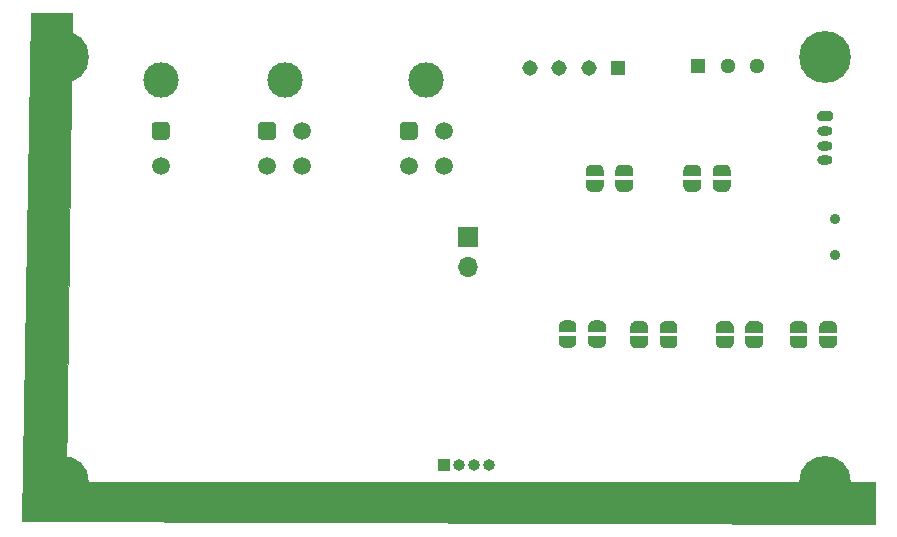
<source format=gbr>
%TF.GenerationSoftware,KiCad,Pcbnew,5.1.9-73d0e3b20d~88~ubuntu18.04.1*%
%TF.CreationDate,2021-01-21T10:29:52+00:00*%
%TF.ProjectId,Object_Detect_Board,4f626a65-6374-45f4-9465-746563745f42,V1.0*%
%TF.SameCoordinates,Original*%
%TF.FileFunction,Soldermask,Bot*%
%TF.FilePolarity,Negative*%
%FSLAX46Y46*%
G04 Gerber Fmt 4.6, Leading zero omitted, Abs format (unit mm)*
G04 Created by KiCad (PCBNEW 5.1.9-73d0e3b20d~88~ubuntu18.04.1) date 2021-01-21 10:29:52*
%MOMM*%
%LPD*%
G01*
G04 APERTURE LIST*
%ADD10C,0.100000*%
%ADD11C,4.400000*%
%ADD12C,0.700000*%
%ADD13C,3.000000*%
%ADD14C,1.500000*%
%ADD15O,1.300000X0.800000*%
%ADD16C,1.308000*%
%ADD17R,1.308000X1.308000*%
%ADD18R,1.280000X1.280000*%
%ADD19C,1.280000*%
%ADD20R,1.700000X1.700000*%
%ADD21O,1.700000X1.700000*%
%ADD22C,0.900000*%
%ADD23R,1.000000X1.000000*%
%ADD24O,1.000000X1.000000*%
G04 APERTURE END LIST*
D10*
G36*
X116250000Y-116500000D02*
G01*
X184750000Y-116500000D01*
X184750000Y-120000000D01*
X112500000Y-119750000D01*
X113250000Y-76750000D01*
X116750000Y-76750000D01*
X116250000Y-116500000D01*
G37*
X116250000Y-116500000D02*
X184750000Y-116500000D01*
X184750000Y-120000000D01*
X112500000Y-119750000D01*
X113250000Y-76750000D01*
X116750000Y-76750000D01*
X116250000Y-116500000D01*
D11*
%TO.C,H1*%
X116000000Y-116500000D03*
D12*
X117650000Y-116500000D03*
X117166726Y-117666726D03*
X116000000Y-118150000D03*
X114833274Y-117666726D03*
X114350000Y-116500000D03*
X114833274Y-115333274D03*
X116000000Y-114850000D03*
X117166726Y-115333274D03*
%TD*%
%TO.C,H2*%
X181666726Y-79333274D03*
X180500000Y-78850000D03*
X179333274Y-79333274D03*
X178850000Y-80500000D03*
X179333274Y-81666726D03*
X180500000Y-82150000D03*
X181666726Y-81666726D03*
X182150000Y-80500000D03*
D11*
X180500000Y-80500000D03*
%TD*%
%TO.C,H3*%
X180500000Y-116500000D03*
D12*
X182150000Y-116500000D03*
X181666726Y-117666726D03*
X180500000Y-118150000D03*
X179333274Y-117666726D03*
X178850000Y-116500000D03*
X179333274Y-115333274D03*
X180500000Y-114850000D03*
X181666726Y-115333274D03*
%TD*%
%TO.C,H4*%
X117166726Y-79333274D03*
X116000000Y-78850000D03*
X114833274Y-79333274D03*
X114350000Y-80500000D03*
X114833274Y-81666726D03*
X116000000Y-82150000D03*
X117166726Y-81666726D03*
X117650000Y-80500000D03*
D11*
X116000000Y-80500000D03*
%TD*%
D13*
%TO.C,J1*%
X124250000Y-82430000D03*
G36*
G01*
X123500000Y-87250000D02*
X123500000Y-86250000D01*
G75*
G02*
X123750000Y-86000000I250000J0D01*
G01*
X124750000Y-86000000D01*
G75*
G02*
X125000000Y-86250000I0J-250000D01*
G01*
X125000000Y-87250000D01*
G75*
G02*
X124750000Y-87500000I-250000J0D01*
G01*
X123750000Y-87500000D01*
G75*
G02*
X123500000Y-87250000I0J250000D01*
G01*
G37*
D14*
X124250000Y-89750000D03*
%TD*%
%TO.C,J2*%
X136250000Y-89750000D03*
X133250000Y-89750000D03*
X136250000Y-86750000D03*
G36*
G01*
X132500000Y-87250000D02*
X132500000Y-86250000D01*
G75*
G02*
X132750000Y-86000000I250000J0D01*
G01*
X133750000Y-86000000D01*
G75*
G02*
X134000000Y-86250000I0J-250000D01*
G01*
X134000000Y-87250000D01*
G75*
G02*
X133750000Y-87500000I-250000J0D01*
G01*
X132750000Y-87500000D01*
G75*
G02*
X132500000Y-87250000I0J250000D01*
G01*
G37*
D13*
X134750000Y-82430000D03*
%TD*%
%TO.C,J3*%
X146750000Y-82430000D03*
G36*
G01*
X144500000Y-87250000D02*
X144500000Y-86250000D01*
G75*
G02*
X144750000Y-86000000I250000J0D01*
G01*
X145750000Y-86000000D01*
G75*
G02*
X146000000Y-86250000I0J-250000D01*
G01*
X146000000Y-87250000D01*
G75*
G02*
X145750000Y-87500000I-250000J0D01*
G01*
X144750000Y-87500000D01*
G75*
G02*
X144500000Y-87250000I0J250000D01*
G01*
G37*
D14*
X148250000Y-86750000D03*
X145250000Y-89750000D03*
X148250000Y-89750000D03*
%TD*%
%TO.C,J4*%
G36*
G01*
X180050000Y-85100000D02*
X180950000Y-85100000D01*
G75*
G02*
X181150000Y-85300000I0J-200000D01*
G01*
X181150000Y-85700000D01*
G75*
G02*
X180950000Y-85900000I-200000J0D01*
G01*
X180050000Y-85900000D01*
G75*
G02*
X179850000Y-85700000I0J200000D01*
G01*
X179850000Y-85300000D01*
G75*
G02*
X180050000Y-85100000I200000J0D01*
G01*
G37*
D15*
X180500000Y-86750000D03*
X180500000Y-88000000D03*
X180500000Y-89250000D03*
%TD*%
D16*
%TO.C,J5*%
X155500000Y-81400000D03*
X158000000Y-81400000D03*
X160500000Y-81400000D03*
D17*
X163000000Y-81400000D03*
%TD*%
D18*
%TO.C,J6*%
X169750000Y-81250000D03*
D19*
X172250000Y-81250000D03*
X174750000Y-81250000D03*
%TD*%
D20*
%TO.C,JP1*%
X150250000Y-95750000D03*
D21*
X150250000Y-98290000D03*
%TD*%
D10*
%TO.C,JP2*%
G36*
X159450000Y-104100000D02*
G01*
X159450000Y-104600000D01*
X159449398Y-104600000D01*
X159449398Y-104624534D01*
X159444588Y-104673365D01*
X159435016Y-104721490D01*
X159420772Y-104768445D01*
X159401995Y-104813778D01*
X159378864Y-104857051D01*
X159351604Y-104897850D01*
X159320476Y-104935779D01*
X159285779Y-104970476D01*
X159247850Y-105001604D01*
X159207051Y-105028864D01*
X159163778Y-105051995D01*
X159118445Y-105070772D01*
X159071490Y-105085016D01*
X159023365Y-105094588D01*
X158974534Y-105099398D01*
X158950000Y-105099398D01*
X158950000Y-105100000D01*
X158450000Y-105100000D01*
X158450000Y-105099398D01*
X158425466Y-105099398D01*
X158376635Y-105094588D01*
X158328510Y-105085016D01*
X158281555Y-105070772D01*
X158236222Y-105051995D01*
X158192949Y-105028864D01*
X158152150Y-105001604D01*
X158114221Y-104970476D01*
X158079524Y-104935779D01*
X158048396Y-104897850D01*
X158021136Y-104857051D01*
X157998005Y-104813778D01*
X157979228Y-104768445D01*
X157964984Y-104721490D01*
X157955412Y-104673365D01*
X157950602Y-104624534D01*
X157950602Y-104600000D01*
X157950000Y-104600000D01*
X157950000Y-104100000D01*
X159450000Y-104100000D01*
G37*
G36*
X157950602Y-103300000D02*
G01*
X157950602Y-103275466D01*
X157955412Y-103226635D01*
X157964984Y-103178510D01*
X157979228Y-103131555D01*
X157998005Y-103086222D01*
X158021136Y-103042949D01*
X158048396Y-103002150D01*
X158079524Y-102964221D01*
X158114221Y-102929524D01*
X158152150Y-102898396D01*
X158192949Y-102871136D01*
X158236222Y-102848005D01*
X158281555Y-102829228D01*
X158328510Y-102814984D01*
X158376635Y-102805412D01*
X158425466Y-102800602D01*
X158450000Y-102800602D01*
X158450000Y-102800000D01*
X158950000Y-102800000D01*
X158950000Y-102800602D01*
X158974534Y-102800602D01*
X159023365Y-102805412D01*
X159071490Y-102814984D01*
X159118445Y-102829228D01*
X159163778Y-102848005D01*
X159207051Y-102871136D01*
X159247850Y-102898396D01*
X159285779Y-102929524D01*
X159320476Y-102964221D01*
X159351604Y-103002150D01*
X159378864Y-103042949D01*
X159401995Y-103086222D01*
X159420772Y-103131555D01*
X159435016Y-103178510D01*
X159444588Y-103226635D01*
X159449398Y-103275466D01*
X159449398Y-103300000D01*
X159450000Y-103300000D01*
X159450000Y-103800000D01*
X157950000Y-103800000D01*
X157950000Y-103300000D01*
X157950602Y-103300000D01*
G37*
%TD*%
%TO.C,JP3*%
G36*
X161950000Y-104100000D02*
G01*
X161950000Y-104600000D01*
X161949398Y-104600000D01*
X161949398Y-104624534D01*
X161944588Y-104673365D01*
X161935016Y-104721490D01*
X161920772Y-104768445D01*
X161901995Y-104813778D01*
X161878864Y-104857051D01*
X161851604Y-104897850D01*
X161820476Y-104935779D01*
X161785779Y-104970476D01*
X161747850Y-105001604D01*
X161707051Y-105028864D01*
X161663778Y-105051995D01*
X161618445Y-105070772D01*
X161571490Y-105085016D01*
X161523365Y-105094588D01*
X161474534Y-105099398D01*
X161450000Y-105099398D01*
X161450000Y-105100000D01*
X160950000Y-105100000D01*
X160950000Y-105099398D01*
X160925466Y-105099398D01*
X160876635Y-105094588D01*
X160828510Y-105085016D01*
X160781555Y-105070772D01*
X160736222Y-105051995D01*
X160692949Y-105028864D01*
X160652150Y-105001604D01*
X160614221Y-104970476D01*
X160579524Y-104935779D01*
X160548396Y-104897850D01*
X160521136Y-104857051D01*
X160498005Y-104813778D01*
X160479228Y-104768445D01*
X160464984Y-104721490D01*
X160455412Y-104673365D01*
X160450602Y-104624534D01*
X160450602Y-104600000D01*
X160450000Y-104600000D01*
X160450000Y-104100000D01*
X161950000Y-104100000D01*
G37*
G36*
X160450602Y-103300000D02*
G01*
X160450602Y-103275466D01*
X160455412Y-103226635D01*
X160464984Y-103178510D01*
X160479228Y-103131555D01*
X160498005Y-103086222D01*
X160521136Y-103042949D01*
X160548396Y-103002150D01*
X160579524Y-102964221D01*
X160614221Y-102929524D01*
X160652150Y-102898396D01*
X160692949Y-102871136D01*
X160736222Y-102848005D01*
X160781555Y-102829228D01*
X160828510Y-102814984D01*
X160876635Y-102805412D01*
X160925466Y-102800602D01*
X160950000Y-102800602D01*
X160950000Y-102800000D01*
X161450000Y-102800000D01*
X161450000Y-102800602D01*
X161474534Y-102800602D01*
X161523365Y-102805412D01*
X161571490Y-102814984D01*
X161618445Y-102829228D01*
X161663778Y-102848005D01*
X161707051Y-102871136D01*
X161747850Y-102898396D01*
X161785779Y-102929524D01*
X161820476Y-102964221D01*
X161851604Y-103002150D01*
X161878864Y-103042949D01*
X161901995Y-103086222D01*
X161920772Y-103131555D01*
X161935016Y-103178510D01*
X161944588Y-103226635D01*
X161949398Y-103275466D01*
X161949398Y-103300000D01*
X161950000Y-103300000D01*
X161950000Y-103800000D01*
X160450000Y-103800000D01*
X160450000Y-103300000D01*
X160450602Y-103300000D01*
G37*
%TD*%
%TO.C,JP4*%
G36*
X164000602Y-103350000D02*
G01*
X164000602Y-103325466D01*
X164005412Y-103276635D01*
X164014984Y-103228510D01*
X164029228Y-103181555D01*
X164048005Y-103136222D01*
X164071136Y-103092949D01*
X164098396Y-103052150D01*
X164129524Y-103014221D01*
X164164221Y-102979524D01*
X164202150Y-102948396D01*
X164242949Y-102921136D01*
X164286222Y-102898005D01*
X164331555Y-102879228D01*
X164378510Y-102864984D01*
X164426635Y-102855412D01*
X164475466Y-102850602D01*
X164500000Y-102850602D01*
X164500000Y-102850000D01*
X165000000Y-102850000D01*
X165000000Y-102850602D01*
X165024534Y-102850602D01*
X165073365Y-102855412D01*
X165121490Y-102864984D01*
X165168445Y-102879228D01*
X165213778Y-102898005D01*
X165257051Y-102921136D01*
X165297850Y-102948396D01*
X165335779Y-102979524D01*
X165370476Y-103014221D01*
X165401604Y-103052150D01*
X165428864Y-103092949D01*
X165451995Y-103136222D01*
X165470772Y-103181555D01*
X165485016Y-103228510D01*
X165494588Y-103276635D01*
X165499398Y-103325466D01*
X165499398Y-103350000D01*
X165500000Y-103350000D01*
X165500000Y-103850000D01*
X164000000Y-103850000D01*
X164000000Y-103350000D01*
X164000602Y-103350000D01*
G37*
G36*
X165500000Y-104150000D02*
G01*
X165500000Y-104650000D01*
X165499398Y-104650000D01*
X165499398Y-104674534D01*
X165494588Y-104723365D01*
X165485016Y-104771490D01*
X165470772Y-104818445D01*
X165451995Y-104863778D01*
X165428864Y-104907051D01*
X165401604Y-104947850D01*
X165370476Y-104985779D01*
X165335779Y-105020476D01*
X165297850Y-105051604D01*
X165257051Y-105078864D01*
X165213778Y-105101995D01*
X165168445Y-105120772D01*
X165121490Y-105135016D01*
X165073365Y-105144588D01*
X165024534Y-105149398D01*
X165000000Y-105149398D01*
X165000000Y-105150000D01*
X164500000Y-105150000D01*
X164500000Y-105149398D01*
X164475466Y-105149398D01*
X164426635Y-105144588D01*
X164378510Y-105135016D01*
X164331555Y-105120772D01*
X164286222Y-105101995D01*
X164242949Y-105078864D01*
X164202150Y-105051604D01*
X164164221Y-105020476D01*
X164129524Y-104985779D01*
X164098396Y-104947850D01*
X164071136Y-104907051D01*
X164048005Y-104863778D01*
X164029228Y-104818445D01*
X164014984Y-104771490D01*
X164005412Y-104723365D01*
X164000602Y-104674534D01*
X164000602Y-104650000D01*
X164000000Y-104650000D01*
X164000000Y-104150000D01*
X165500000Y-104150000D01*
G37*
%TD*%
%TO.C,JP5*%
G36*
X168000000Y-104150000D02*
G01*
X168000000Y-104650000D01*
X167999398Y-104650000D01*
X167999398Y-104674534D01*
X167994588Y-104723365D01*
X167985016Y-104771490D01*
X167970772Y-104818445D01*
X167951995Y-104863778D01*
X167928864Y-104907051D01*
X167901604Y-104947850D01*
X167870476Y-104985779D01*
X167835779Y-105020476D01*
X167797850Y-105051604D01*
X167757051Y-105078864D01*
X167713778Y-105101995D01*
X167668445Y-105120772D01*
X167621490Y-105135016D01*
X167573365Y-105144588D01*
X167524534Y-105149398D01*
X167500000Y-105149398D01*
X167500000Y-105150000D01*
X167000000Y-105150000D01*
X167000000Y-105149398D01*
X166975466Y-105149398D01*
X166926635Y-105144588D01*
X166878510Y-105135016D01*
X166831555Y-105120772D01*
X166786222Y-105101995D01*
X166742949Y-105078864D01*
X166702150Y-105051604D01*
X166664221Y-105020476D01*
X166629524Y-104985779D01*
X166598396Y-104947850D01*
X166571136Y-104907051D01*
X166548005Y-104863778D01*
X166529228Y-104818445D01*
X166514984Y-104771490D01*
X166505412Y-104723365D01*
X166500602Y-104674534D01*
X166500602Y-104650000D01*
X166500000Y-104650000D01*
X166500000Y-104150000D01*
X168000000Y-104150000D01*
G37*
G36*
X166500602Y-103350000D02*
G01*
X166500602Y-103325466D01*
X166505412Y-103276635D01*
X166514984Y-103228510D01*
X166529228Y-103181555D01*
X166548005Y-103136222D01*
X166571136Y-103092949D01*
X166598396Y-103052150D01*
X166629524Y-103014221D01*
X166664221Y-102979524D01*
X166702150Y-102948396D01*
X166742949Y-102921136D01*
X166786222Y-102898005D01*
X166831555Y-102879228D01*
X166878510Y-102864984D01*
X166926635Y-102855412D01*
X166975466Y-102850602D01*
X167000000Y-102850602D01*
X167000000Y-102850000D01*
X167500000Y-102850000D01*
X167500000Y-102850602D01*
X167524534Y-102850602D01*
X167573365Y-102855412D01*
X167621490Y-102864984D01*
X167668445Y-102879228D01*
X167713778Y-102898005D01*
X167757051Y-102921136D01*
X167797850Y-102948396D01*
X167835779Y-102979524D01*
X167870476Y-103014221D01*
X167901604Y-103052150D01*
X167928864Y-103092949D01*
X167951995Y-103136222D01*
X167970772Y-103181555D01*
X167985016Y-103228510D01*
X167994588Y-103276635D01*
X167999398Y-103325466D01*
X167999398Y-103350000D01*
X168000000Y-103350000D01*
X168000000Y-103850000D01*
X166500000Y-103850000D01*
X166500000Y-103350000D01*
X166500602Y-103350000D01*
G37*
%TD*%
%TO.C,JP6*%
G36*
X179000000Y-104150000D02*
G01*
X179000000Y-104650000D01*
X178999398Y-104650000D01*
X178999398Y-104674534D01*
X178994588Y-104723365D01*
X178985016Y-104771490D01*
X178970772Y-104818445D01*
X178951995Y-104863778D01*
X178928864Y-104907051D01*
X178901604Y-104947850D01*
X178870476Y-104985779D01*
X178835779Y-105020476D01*
X178797850Y-105051604D01*
X178757051Y-105078864D01*
X178713778Y-105101995D01*
X178668445Y-105120772D01*
X178621490Y-105135016D01*
X178573365Y-105144588D01*
X178524534Y-105149398D01*
X178500000Y-105149398D01*
X178500000Y-105150000D01*
X178000000Y-105150000D01*
X178000000Y-105149398D01*
X177975466Y-105149398D01*
X177926635Y-105144588D01*
X177878510Y-105135016D01*
X177831555Y-105120772D01*
X177786222Y-105101995D01*
X177742949Y-105078864D01*
X177702150Y-105051604D01*
X177664221Y-105020476D01*
X177629524Y-104985779D01*
X177598396Y-104947850D01*
X177571136Y-104907051D01*
X177548005Y-104863778D01*
X177529228Y-104818445D01*
X177514984Y-104771490D01*
X177505412Y-104723365D01*
X177500602Y-104674534D01*
X177500602Y-104650000D01*
X177500000Y-104650000D01*
X177500000Y-104150000D01*
X179000000Y-104150000D01*
G37*
G36*
X177500602Y-103350000D02*
G01*
X177500602Y-103325466D01*
X177505412Y-103276635D01*
X177514984Y-103228510D01*
X177529228Y-103181555D01*
X177548005Y-103136222D01*
X177571136Y-103092949D01*
X177598396Y-103052150D01*
X177629524Y-103014221D01*
X177664221Y-102979524D01*
X177702150Y-102948396D01*
X177742949Y-102921136D01*
X177786222Y-102898005D01*
X177831555Y-102879228D01*
X177878510Y-102864984D01*
X177926635Y-102855412D01*
X177975466Y-102850602D01*
X178000000Y-102850602D01*
X178000000Y-102850000D01*
X178500000Y-102850000D01*
X178500000Y-102850602D01*
X178524534Y-102850602D01*
X178573365Y-102855412D01*
X178621490Y-102864984D01*
X178668445Y-102879228D01*
X178713778Y-102898005D01*
X178757051Y-102921136D01*
X178797850Y-102948396D01*
X178835779Y-102979524D01*
X178870476Y-103014221D01*
X178901604Y-103052150D01*
X178928864Y-103092949D01*
X178951995Y-103136222D01*
X178970772Y-103181555D01*
X178985016Y-103228510D01*
X178994588Y-103276635D01*
X178999398Y-103325466D01*
X178999398Y-103350000D01*
X179000000Y-103350000D01*
X179000000Y-103850000D01*
X177500000Y-103850000D01*
X177500000Y-103350000D01*
X177500602Y-103350000D01*
G37*
%TD*%
%TO.C,JP7*%
G36*
X180000602Y-103350000D02*
G01*
X180000602Y-103325466D01*
X180005412Y-103276635D01*
X180014984Y-103228510D01*
X180029228Y-103181555D01*
X180048005Y-103136222D01*
X180071136Y-103092949D01*
X180098396Y-103052150D01*
X180129524Y-103014221D01*
X180164221Y-102979524D01*
X180202150Y-102948396D01*
X180242949Y-102921136D01*
X180286222Y-102898005D01*
X180331555Y-102879228D01*
X180378510Y-102864984D01*
X180426635Y-102855412D01*
X180475466Y-102850602D01*
X180500000Y-102850602D01*
X180500000Y-102850000D01*
X181000000Y-102850000D01*
X181000000Y-102850602D01*
X181024534Y-102850602D01*
X181073365Y-102855412D01*
X181121490Y-102864984D01*
X181168445Y-102879228D01*
X181213778Y-102898005D01*
X181257051Y-102921136D01*
X181297850Y-102948396D01*
X181335779Y-102979524D01*
X181370476Y-103014221D01*
X181401604Y-103052150D01*
X181428864Y-103092949D01*
X181451995Y-103136222D01*
X181470772Y-103181555D01*
X181485016Y-103228510D01*
X181494588Y-103276635D01*
X181499398Y-103325466D01*
X181499398Y-103350000D01*
X181500000Y-103350000D01*
X181500000Y-103850000D01*
X180000000Y-103850000D01*
X180000000Y-103350000D01*
X180000602Y-103350000D01*
G37*
G36*
X181500000Y-104150000D02*
G01*
X181500000Y-104650000D01*
X181499398Y-104650000D01*
X181499398Y-104674534D01*
X181494588Y-104723365D01*
X181485016Y-104771490D01*
X181470772Y-104818445D01*
X181451995Y-104863778D01*
X181428864Y-104907051D01*
X181401604Y-104947850D01*
X181370476Y-104985779D01*
X181335779Y-105020476D01*
X181297850Y-105051604D01*
X181257051Y-105078864D01*
X181213778Y-105101995D01*
X181168445Y-105120772D01*
X181121490Y-105135016D01*
X181073365Y-105144588D01*
X181024534Y-105149398D01*
X181000000Y-105149398D01*
X181000000Y-105150000D01*
X180500000Y-105150000D01*
X180500000Y-105149398D01*
X180475466Y-105149398D01*
X180426635Y-105144588D01*
X180378510Y-105135016D01*
X180331555Y-105120772D01*
X180286222Y-105101995D01*
X180242949Y-105078864D01*
X180202150Y-105051604D01*
X180164221Y-105020476D01*
X180129524Y-104985779D01*
X180098396Y-104947850D01*
X180071136Y-104907051D01*
X180048005Y-104863778D01*
X180029228Y-104818445D01*
X180014984Y-104771490D01*
X180005412Y-104723365D01*
X180000602Y-104674534D01*
X180000602Y-104650000D01*
X180000000Y-104650000D01*
X180000000Y-104150000D01*
X181500000Y-104150000D01*
G37*
%TD*%
%TO.C,JP8*%
G36*
X171250602Y-103350000D02*
G01*
X171250602Y-103325466D01*
X171255412Y-103276635D01*
X171264984Y-103228510D01*
X171279228Y-103181555D01*
X171298005Y-103136222D01*
X171321136Y-103092949D01*
X171348396Y-103052150D01*
X171379524Y-103014221D01*
X171414221Y-102979524D01*
X171452150Y-102948396D01*
X171492949Y-102921136D01*
X171536222Y-102898005D01*
X171581555Y-102879228D01*
X171628510Y-102864984D01*
X171676635Y-102855412D01*
X171725466Y-102850602D01*
X171750000Y-102850602D01*
X171750000Y-102850000D01*
X172250000Y-102850000D01*
X172250000Y-102850602D01*
X172274534Y-102850602D01*
X172323365Y-102855412D01*
X172371490Y-102864984D01*
X172418445Y-102879228D01*
X172463778Y-102898005D01*
X172507051Y-102921136D01*
X172547850Y-102948396D01*
X172585779Y-102979524D01*
X172620476Y-103014221D01*
X172651604Y-103052150D01*
X172678864Y-103092949D01*
X172701995Y-103136222D01*
X172720772Y-103181555D01*
X172735016Y-103228510D01*
X172744588Y-103276635D01*
X172749398Y-103325466D01*
X172749398Y-103350000D01*
X172750000Y-103350000D01*
X172750000Y-103850000D01*
X171250000Y-103850000D01*
X171250000Y-103350000D01*
X171250602Y-103350000D01*
G37*
G36*
X172750000Y-104150000D02*
G01*
X172750000Y-104650000D01*
X172749398Y-104650000D01*
X172749398Y-104674534D01*
X172744588Y-104723365D01*
X172735016Y-104771490D01*
X172720772Y-104818445D01*
X172701995Y-104863778D01*
X172678864Y-104907051D01*
X172651604Y-104947850D01*
X172620476Y-104985779D01*
X172585779Y-105020476D01*
X172547850Y-105051604D01*
X172507051Y-105078864D01*
X172463778Y-105101995D01*
X172418445Y-105120772D01*
X172371490Y-105135016D01*
X172323365Y-105144588D01*
X172274534Y-105149398D01*
X172250000Y-105149398D01*
X172250000Y-105150000D01*
X171750000Y-105150000D01*
X171750000Y-105149398D01*
X171725466Y-105149398D01*
X171676635Y-105144588D01*
X171628510Y-105135016D01*
X171581555Y-105120772D01*
X171536222Y-105101995D01*
X171492949Y-105078864D01*
X171452150Y-105051604D01*
X171414221Y-105020476D01*
X171379524Y-104985779D01*
X171348396Y-104947850D01*
X171321136Y-104907051D01*
X171298005Y-104863778D01*
X171279228Y-104818445D01*
X171264984Y-104771490D01*
X171255412Y-104723365D01*
X171250602Y-104674534D01*
X171250602Y-104650000D01*
X171250000Y-104650000D01*
X171250000Y-104150000D01*
X172750000Y-104150000D01*
G37*
%TD*%
%TO.C,JP9*%
G36*
X175250000Y-104150000D02*
G01*
X175250000Y-104650000D01*
X175249398Y-104650000D01*
X175249398Y-104674534D01*
X175244588Y-104723365D01*
X175235016Y-104771490D01*
X175220772Y-104818445D01*
X175201995Y-104863778D01*
X175178864Y-104907051D01*
X175151604Y-104947850D01*
X175120476Y-104985779D01*
X175085779Y-105020476D01*
X175047850Y-105051604D01*
X175007051Y-105078864D01*
X174963778Y-105101995D01*
X174918445Y-105120772D01*
X174871490Y-105135016D01*
X174823365Y-105144588D01*
X174774534Y-105149398D01*
X174750000Y-105149398D01*
X174750000Y-105150000D01*
X174250000Y-105150000D01*
X174250000Y-105149398D01*
X174225466Y-105149398D01*
X174176635Y-105144588D01*
X174128510Y-105135016D01*
X174081555Y-105120772D01*
X174036222Y-105101995D01*
X173992949Y-105078864D01*
X173952150Y-105051604D01*
X173914221Y-105020476D01*
X173879524Y-104985779D01*
X173848396Y-104947850D01*
X173821136Y-104907051D01*
X173798005Y-104863778D01*
X173779228Y-104818445D01*
X173764984Y-104771490D01*
X173755412Y-104723365D01*
X173750602Y-104674534D01*
X173750602Y-104650000D01*
X173750000Y-104650000D01*
X173750000Y-104150000D01*
X175250000Y-104150000D01*
G37*
G36*
X173750602Y-103350000D02*
G01*
X173750602Y-103325466D01*
X173755412Y-103276635D01*
X173764984Y-103228510D01*
X173779228Y-103181555D01*
X173798005Y-103136222D01*
X173821136Y-103092949D01*
X173848396Y-103052150D01*
X173879524Y-103014221D01*
X173914221Y-102979524D01*
X173952150Y-102948396D01*
X173992949Y-102921136D01*
X174036222Y-102898005D01*
X174081555Y-102879228D01*
X174128510Y-102864984D01*
X174176635Y-102855412D01*
X174225466Y-102850602D01*
X174250000Y-102850602D01*
X174250000Y-102850000D01*
X174750000Y-102850000D01*
X174750000Y-102850602D01*
X174774534Y-102850602D01*
X174823365Y-102855412D01*
X174871490Y-102864984D01*
X174918445Y-102879228D01*
X174963778Y-102898005D01*
X175007051Y-102921136D01*
X175047850Y-102948396D01*
X175085779Y-102979524D01*
X175120476Y-103014221D01*
X175151604Y-103052150D01*
X175178864Y-103092949D01*
X175201995Y-103136222D01*
X175220772Y-103181555D01*
X175235016Y-103228510D01*
X175244588Y-103276635D01*
X175249398Y-103325466D01*
X175249398Y-103350000D01*
X175250000Y-103350000D01*
X175250000Y-103850000D01*
X173750000Y-103850000D01*
X173750000Y-103350000D01*
X173750602Y-103350000D01*
G37*
%TD*%
%TO.C,JP10*%
G36*
X164249398Y-91400000D02*
G01*
X164249398Y-91424534D01*
X164244588Y-91473365D01*
X164235016Y-91521490D01*
X164220772Y-91568445D01*
X164201995Y-91613778D01*
X164178864Y-91657051D01*
X164151604Y-91697850D01*
X164120476Y-91735779D01*
X164085779Y-91770476D01*
X164047850Y-91801604D01*
X164007051Y-91828864D01*
X163963778Y-91851995D01*
X163918445Y-91870772D01*
X163871490Y-91885016D01*
X163823365Y-91894588D01*
X163774534Y-91899398D01*
X163750000Y-91899398D01*
X163750000Y-91900000D01*
X163250000Y-91900000D01*
X163250000Y-91899398D01*
X163225466Y-91899398D01*
X163176635Y-91894588D01*
X163128510Y-91885016D01*
X163081555Y-91870772D01*
X163036222Y-91851995D01*
X162992949Y-91828864D01*
X162952150Y-91801604D01*
X162914221Y-91770476D01*
X162879524Y-91735779D01*
X162848396Y-91697850D01*
X162821136Y-91657051D01*
X162798005Y-91613778D01*
X162779228Y-91568445D01*
X162764984Y-91521490D01*
X162755412Y-91473365D01*
X162750602Y-91424534D01*
X162750602Y-91400000D01*
X162750000Y-91400000D01*
X162750000Y-90900000D01*
X164250000Y-90900000D01*
X164250000Y-91400000D01*
X164249398Y-91400000D01*
G37*
G36*
X162750000Y-90600000D02*
G01*
X162750000Y-90100000D01*
X162750602Y-90100000D01*
X162750602Y-90075466D01*
X162755412Y-90026635D01*
X162764984Y-89978510D01*
X162779228Y-89931555D01*
X162798005Y-89886222D01*
X162821136Y-89842949D01*
X162848396Y-89802150D01*
X162879524Y-89764221D01*
X162914221Y-89729524D01*
X162952150Y-89698396D01*
X162992949Y-89671136D01*
X163036222Y-89648005D01*
X163081555Y-89629228D01*
X163128510Y-89614984D01*
X163176635Y-89605412D01*
X163225466Y-89600602D01*
X163250000Y-89600602D01*
X163250000Y-89600000D01*
X163750000Y-89600000D01*
X163750000Y-89600602D01*
X163774534Y-89600602D01*
X163823365Y-89605412D01*
X163871490Y-89614984D01*
X163918445Y-89629228D01*
X163963778Y-89648005D01*
X164007051Y-89671136D01*
X164047850Y-89698396D01*
X164085779Y-89729524D01*
X164120476Y-89764221D01*
X164151604Y-89802150D01*
X164178864Y-89842949D01*
X164201995Y-89886222D01*
X164220772Y-89931555D01*
X164235016Y-89978510D01*
X164244588Y-90026635D01*
X164249398Y-90075466D01*
X164249398Y-90100000D01*
X164250000Y-90100000D01*
X164250000Y-90600000D01*
X162750000Y-90600000D01*
G37*
%TD*%
%TO.C,JP11*%
G36*
X160250000Y-90600000D02*
G01*
X160250000Y-90100000D01*
X160250602Y-90100000D01*
X160250602Y-90075466D01*
X160255412Y-90026635D01*
X160264984Y-89978510D01*
X160279228Y-89931555D01*
X160298005Y-89886222D01*
X160321136Y-89842949D01*
X160348396Y-89802150D01*
X160379524Y-89764221D01*
X160414221Y-89729524D01*
X160452150Y-89698396D01*
X160492949Y-89671136D01*
X160536222Y-89648005D01*
X160581555Y-89629228D01*
X160628510Y-89614984D01*
X160676635Y-89605412D01*
X160725466Y-89600602D01*
X160750000Y-89600602D01*
X160750000Y-89600000D01*
X161250000Y-89600000D01*
X161250000Y-89600602D01*
X161274534Y-89600602D01*
X161323365Y-89605412D01*
X161371490Y-89614984D01*
X161418445Y-89629228D01*
X161463778Y-89648005D01*
X161507051Y-89671136D01*
X161547850Y-89698396D01*
X161585779Y-89729524D01*
X161620476Y-89764221D01*
X161651604Y-89802150D01*
X161678864Y-89842949D01*
X161701995Y-89886222D01*
X161720772Y-89931555D01*
X161735016Y-89978510D01*
X161744588Y-90026635D01*
X161749398Y-90075466D01*
X161749398Y-90100000D01*
X161750000Y-90100000D01*
X161750000Y-90600000D01*
X160250000Y-90600000D01*
G37*
G36*
X161749398Y-91400000D02*
G01*
X161749398Y-91424534D01*
X161744588Y-91473365D01*
X161735016Y-91521490D01*
X161720772Y-91568445D01*
X161701995Y-91613778D01*
X161678864Y-91657051D01*
X161651604Y-91697850D01*
X161620476Y-91735779D01*
X161585779Y-91770476D01*
X161547850Y-91801604D01*
X161507051Y-91828864D01*
X161463778Y-91851995D01*
X161418445Y-91870772D01*
X161371490Y-91885016D01*
X161323365Y-91894588D01*
X161274534Y-91899398D01*
X161250000Y-91899398D01*
X161250000Y-91900000D01*
X160750000Y-91900000D01*
X160750000Y-91899398D01*
X160725466Y-91899398D01*
X160676635Y-91894588D01*
X160628510Y-91885016D01*
X160581555Y-91870772D01*
X160536222Y-91851995D01*
X160492949Y-91828864D01*
X160452150Y-91801604D01*
X160414221Y-91770476D01*
X160379524Y-91735779D01*
X160348396Y-91697850D01*
X160321136Y-91657051D01*
X160298005Y-91613778D01*
X160279228Y-91568445D01*
X160264984Y-91521490D01*
X160255412Y-91473365D01*
X160250602Y-91424534D01*
X160250602Y-91400000D01*
X160250000Y-91400000D01*
X160250000Y-90900000D01*
X161750000Y-90900000D01*
X161750000Y-91400000D01*
X161749398Y-91400000D01*
G37*
%TD*%
%TO.C,JP12*%
G36*
X169999398Y-91400000D02*
G01*
X169999398Y-91424534D01*
X169994588Y-91473365D01*
X169985016Y-91521490D01*
X169970772Y-91568445D01*
X169951995Y-91613778D01*
X169928864Y-91657051D01*
X169901604Y-91697850D01*
X169870476Y-91735779D01*
X169835779Y-91770476D01*
X169797850Y-91801604D01*
X169757051Y-91828864D01*
X169713778Y-91851995D01*
X169668445Y-91870772D01*
X169621490Y-91885016D01*
X169573365Y-91894588D01*
X169524534Y-91899398D01*
X169500000Y-91899398D01*
X169500000Y-91900000D01*
X169000000Y-91900000D01*
X169000000Y-91899398D01*
X168975466Y-91899398D01*
X168926635Y-91894588D01*
X168878510Y-91885016D01*
X168831555Y-91870772D01*
X168786222Y-91851995D01*
X168742949Y-91828864D01*
X168702150Y-91801604D01*
X168664221Y-91770476D01*
X168629524Y-91735779D01*
X168598396Y-91697850D01*
X168571136Y-91657051D01*
X168548005Y-91613778D01*
X168529228Y-91568445D01*
X168514984Y-91521490D01*
X168505412Y-91473365D01*
X168500602Y-91424534D01*
X168500602Y-91400000D01*
X168500000Y-91400000D01*
X168500000Y-90900000D01*
X170000000Y-90900000D01*
X170000000Y-91400000D01*
X169999398Y-91400000D01*
G37*
G36*
X168500000Y-90600000D02*
G01*
X168500000Y-90100000D01*
X168500602Y-90100000D01*
X168500602Y-90075466D01*
X168505412Y-90026635D01*
X168514984Y-89978510D01*
X168529228Y-89931555D01*
X168548005Y-89886222D01*
X168571136Y-89842949D01*
X168598396Y-89802150D01*
X168629524Y-89764221D01*
X168664221Y-89729524D01*
X168702150Y-89698396D01*
X168742949Y-89671136D01*
X168786222Y-89648005D01*
X168831555Y-89629228D01*
X168878510Y-89614984D01*
X168926635Y-89605412D01*
X168975466Y-89600602D01*
X169000000Y-89600602D01*
X169000000Y-89600000D01*
X169500000Y-89600000D01*
X169500000Y-89600602D01*
X169524534Y-89600602D01*
X169573365Y-89605412D01*
X169621490Y-89614984D01*
X169668445Y-89629228D01*
X169713778Y-89648005D01*
X169757051Y-89671136D01*
X169797850Y-89698396D01*
X169835779Y-89729524D01*
X169870476Y-89764221D01*
X169901604Y-89802150D01*
X169928864Y-89842949D01*
X169951995Y-89886222D01*
X169970772Y-89931555D01*
X169985016Y-89978510D01*
X169994588Y-90026635D01*
X169999398Y-90075466D01*
X169999398Y-90100000D01*
X170000000Y-90100000D01*
X170000000Y-90600000D01*
X168500000Y-90600000D01*
G37*
%TD*%
%TO.C,JP13*%
G36*
X172499398Y-91400000D02*
G01*
X172499398Y-91424534D01*
X172494588Y-91473365D01*
X172485016Y-91521490D01*
X172470772Y-91568445D01*
X172451995Y-91613778D01*
X172428864Y-91657051D01*
X172401604Y-91697850D01*
X172370476Y-91735779D01*
X172335779Y-91770476D01*
X172297850Y-91801604D01*
X172257051Y-91828864D01*
X172213778Y-91851995D01*
X172168445Y-91870772D01*
X172121490Y-91885016D01*
X172073365Y-91894588D01*
X172024534Y-91899398D01*
X172000000Y-91899398D01*
X172000000Y-91900000D01*
X171500000Y-91900000D01*
X171500000Y-91899398D01*
X171475466Y-91899398D01*
X171426635Y-91894588D01*
X171378510Y-91885016D01*
X171331555Y-91870772D01*
X171286222Y-91851995D01*
X171242949Y-91828864D01*
X171202150Y-91801604D01*
X171164221Y-91770476D01*
X171129524Y-91735779D01*
X171098396Y-91697850D01*
X171071136Y-91657051D01*
X171048005Y-91613778D01*
X171029228Y-91568445D01*
X171014984Y-91521490D01*
X171005412Y-91473365D01*
X171000602Y-91424534D01*
X171000602Y-91400000D01*
X171000000Y-91400000D01*
X171000000Y-90900000D01*
X172500000Y-90900000D01*
X172500000Y-91400000D01*
X172499398Y-91400000D01*
G37*
G36*
X171000000Y-90600000D02*
G01*
X171000000Y-90100000D01*
X171000602Y-90100000D01*
X171000602Y-90075466D01*
X171005412Y-90026635D01*
X171014984Y-89978510D01*
X171029228Y-89931555D01*
X171048005Y-89886222D01*
X171071136Y-89842949D01*
X171098396Y-89802150D01*
X171129524Y-89764221D01*
X171164221Y-89729524D01*
X171202150Y-89698396D01*
X171242949Y-89671136D01*
X171286222Y-89648005D01*
X171331555Y-89629228D01*
X171378510Y-89614984D01*
X171426635Y-89605412D01*
X171475466Y-89600602D01*
X171500000Y-89600602D01*
X171500000Y-89600000D01*
X172000000Y-89600000D01*
X172000000Y-89600602D01*
X172024534Y-89600602D01*
X172073365Y-89605412D01*
X172121490Y-89614984D01*
X172168445Y-89629228D01*
X172213778Y-89648005D01*
X172257051Y-89671136D01*
X172297850Y-89698396D01*
X172335779Y-89729524D01*
X172370476Y-89764221D01*
X172401604Y-89802150D01*
X172428864Y-89842949D01*
X172451995Y-89886222D01*
X172470772Y-89931555D01*
X172485016Y-89978510D01*
X172494588Y-90026635D01*
X172499398Y-90075466D01*
X172499398Y-90100000D01*
X172500000Y-90100000D01*
X172500000Y-90600000D01*
X171000000Y-90600000D01*
G37*
%TD*%
D22*
%TO.C,SW2*%
X181330000Y-97250000D03*
X181330000Y-94250000D03*
%TD*%
D23*
%TO.C,J7*%
X148250000Y-115000000D03*
D24*
X149520000Y-115000000D03*
X150790000Y-115000000D03*
X152060000Y-115000000D03*
%TD*%
M02*

</source>
